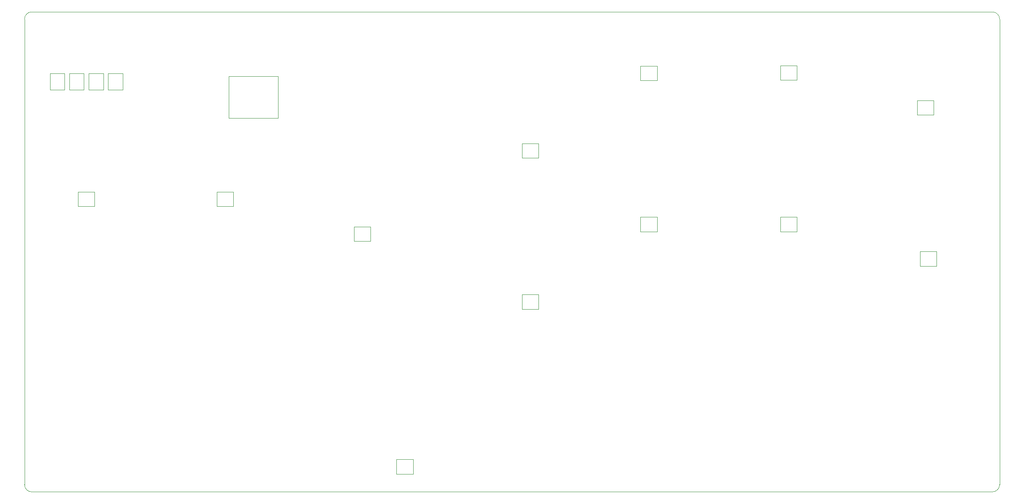
<source format=gm1>
G04 #@! TF.GenerationSoftware,KiCad,Pcbnew,(5.1.9)-1*
G04 #@! TF.CreationDate,2021-09-13T12:17:35-05:00*
G04 #@! TF.ProjectId,OSFRD,4f534652-442e-46b6-9963-61645f706362,rev?*
G04 #@! TF.SameCoordinates,Original*
G04 #@! TF.FileFunction,Profile,NP*
%FSLAX46Y46*%
G04 Gerber Fmt 4.6, Leading zero omitted, Abs format (unit mm)*
G04 Created by KiCad (PCBNEW (5.1.9)-1) date 2021-09-13 12:17:35*
%MOMM*%
%LPD*%
G01*
G04 APERTURE LIST*
G04 #@! TA.AperFunction,Profile*
%ADD10C,0.100000*%
G04 #@! TD*
G04 #@! TA.AperFunction,Profile*
%ADD11C,0.050000*%
G04 #@! TD*
G04 #@! TA.AperFunction,Profile*
%ADD12C,0.120000*%
G04 #@! TD*
G04 APERTURE END LIST*
D10*
X106250000Y-46290000D02*
X106250000Y-54900000D01*
X96130000Y-46290000D02*
X106250000Y-46290000D01*
X96130000Y-54900000D02*
X96130000Y-46290000D01*
X106250000Y-54900000D02*
X96130000Y-54900000D01*
D11*
X253500000Y-33000000D02*
G75*
G02*
X255000000Y-34500000I0J-1500000D01*
G01*
X255000000Y-130600000D02*
G75*
G02*
X253500000Y-132100000I-1500000J0D01*
G01*
X55500000Y-132100000D02*
G75*
G02*
X54000000Y-130600000I0J1500000D01*
G01*
X54000000Y-34500000D02*
G75*
G02*
X55500000Y-33000000I1500000J0D01*
G01*
X54000000Y-130600000D02*
X54000000Y-34500000D01*
X253500000Y-132100000D02*
X55500000Y-132100000D01*
X255000000Y-34500000D02*
X255000000Y-130600000D01*
X55500000Y-33000000D02*
X253500000Y-33000000D01*
D12*
X71250000Y-45700000D02*
X71250000Y-49100000D01*
X74250000Y-45700000D02*
X71250000Y-45700000D01*
X74250000Y-49100000D02*
X74250000Y-45700000D01*
X71250000Y-49100000D02*
X74250000Y-49100000D01*
X67250000Y-45700000D02*
X67250000Y-49100000D01*
X70250000Y-45700000D02*
X67250000Y-45700000D01*
X70250000Y-49100000D02*
X70250000Y-45700000D01*
X67250000Y-49100000D02*
X70250000Y-49100000D01*
X63250000Y-45700000D02*
X63250000Y-49100000D01*
X66250000Y-45700000D02*
X63250000Y-45700000D01*
X66250000Y-49100000D02*
X66250000Y-45700000D01*
X63250000Y-49100000D02*
X66250000Y-49100000D01*
X59250000Y-45700000D02*
X59250000Y-49100000D01*
X62250000Y-45700000D02*
X59250000Y-45700000D01*
X62250000Y-49100000D02*
X62250000Y-45700000D01*
X59250000Y-49100000D02*
X62250000Y-49100000D01*
X238585000Y-85460000D02*
X241985000Y-85460000D01*
X238585000Y-82460000D02*
X238585000Y-85460000D01*
X241985000Y-82460000D02*
X238585000Y-82460000D01*
X241985000Y-85460000D02*
X241985000Y-82460000D01*
X209785000Y-78360000D02*
X213185000Y-78360000D01*
X209785000Y-75360000D02*
X209785000Y-78360000D01*
X213185000Y-75360000D02*
X209785000Y-75360000D01*
X213185000Y-78360000D02*
X213185000Y-75360000D01*
X180985000Y-78360000D02*
X184385000Y-78360000D01*
X180985000Y-75360000D02*
X180985000Y-78360000D01*
X184385000Y-75360000D02*
X180985000Y-75360000D01*
X184385000Y-78360000D02*
X184385000Y-75360000D01*
X156585000Y-94360000D02*
X159985000Y-94360000D01*
X156585000Y-91360000D02*
X156585000Y-94360000D01*
X159985000Y-91360000D02*
X156585000Y-91360000D01*
X159985000Y-94360000D02*
X159985000Y-91360000D01*
X238035000Y-54260000D02*
X241435000Y-54260000D01*
X238035000Y-51260000D02*
X238035000Y-54260000D01*
X241435000Y-51260000D02*
X238035000Y-51260000D01*
X241435000Y-54260000D02*
X241435000Y-51260000D01*
X209785000Y-47060000D02*
X213185000Y-47060000D01*
X209785000Y-44060000D02*
X209785000Y-47060000D01*
X213185000Y-44060000D02*
X209785000Y-44060000D01*
X213185000Y-47060000D02*
X213185000Y-44060000D01*
X180985000Y-47160000D02*
X184385000Y-47160000D01*
X180985000Y-44160000D02*
X180985000Y-47160000D01*
X184385000Y-44160000D02*
X180985000Y-44160000D01*
X184385000Y-47160000D02*
X184385000Y-44160000D01*
X156585000Y-63160000D02*
X159985000Y-63160000D01*
X156585000Y-60160000D02*
X156585000Y-63160000D01*
X159985000Y-60160000D02*
X156585000Y-60160000D01*
X159985000Y-63160000D02*
X159985000Y-60160000D01*
X121890000Y-80360000D02*
X125290000Y-80360000D01*
X121890000Y-77360000D02*
X121890000Y-80360000D01*
X125290000Y-77360000D02*
X121890000Y-77360000D01*
X125290000Y-80360000D02*
X125290000Y-77360000D01*
X65020000Y-73160000D02*
X68420000Y-73160000D01*
X65020000Y-70160000D02*
X65020000Y-73160000D01*
X68420000Y-70160000D02*
X65020000Y-70160000D01*
X68420000Y-73160000D02*
X68420000Y-70160000D01*
X93655000Y-73160000D02*
X97055000Y-73160000D01*
X93655000Y-70160000D02*
X93655000Y-73160000D01*
X97055000Y-70160000D02*
X93655000Y-70160000D01*
X97055000Y-73160000D02*
X97055000Y-70160000D01*
X130690000Y-128390000D02*
X134090000Y-128390000D01*
X130690000Y-125390000D02*
X130690000Y-128390000D01*
X134090000Y-125390000D02*
X130690000Y-125390000D01*
X134090000Y-128390000D02*
X134090000Y-125390000D01*
M02*

</source>
